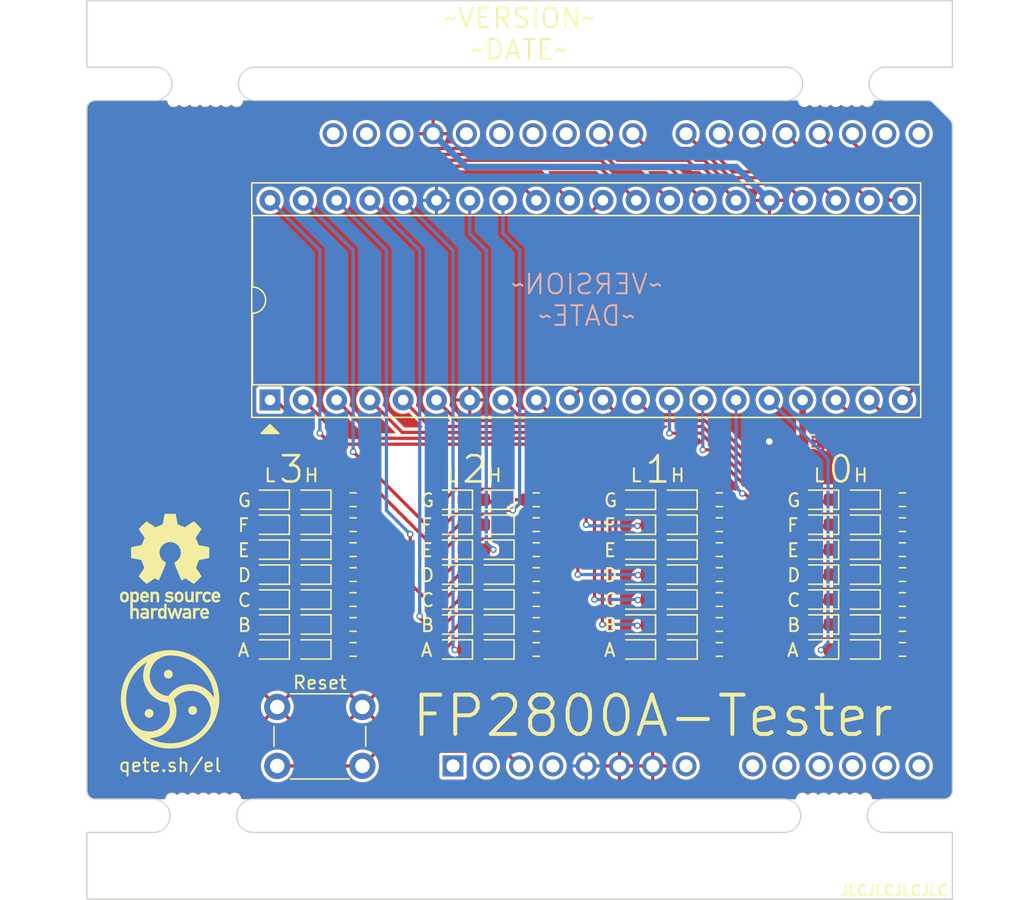
<source format=kicad_pcb>
(kicad_pcb (version 20221018) (generator pcbnew)
  (title_block (title "FP2800A-Tester") (date "${DATE}") (rev "${VERSION}"))
  (layers (0 "F.Cu" signal) (31 "B.Cu" signal) (34 "B.Paste" user) (35 "F.Paste" user) (36 "B.SilkS" user "B.Silkscreen") (37 "F.SilkS" user "F.Silkscreen") (38 "B.Mask" user) (39 "F.Mask" user) (44 "Edge.Cuts" user))
  (property "DATE" "~DATE~")
  (property "VERSION" "~VERSION~")
  (net 0 "")
  (net 4 "+5V")
  (net 5 "GND")
  (net 15 "/A1")
  (net 16 "/A0")
  (net 17 "/A2")
  (net 18 "/B0")
  (net 19 "/B1")
  (net 20 "/DATA")
  (net 21 "/ENABLE")
  (net 22 "/COM")
  (net 30 "Net-(D1-K)")
  (net 31 "Net-(D3-K)")
  (net 32 "Net-(D5-K)")
  (net 33 "Net-(D7-K)")
  (net 34 "Net-(D10-A)")
  (net 35 "Net-(D11-K)")
  (net 36 "Net-(D13-K)")
  (net 37 "Net-(D15-K)")
  (net 38 "Net-(D17-K)")
  (net 39 "Net-(D19-K)")
  (net 40 "Net-(D21-K)")
  (net 41 "Net-(D23-K)")
  (net 42 "Net-(D25-K)")
  (net 43 "Net-(D27-K)")
  (net 44 "Net-(D29-K)")
  (net 45 "Net-(D31-K)")
  (net 46 "Net-(D33-K)")
  (net 47 "Net-(D35-K)")
  (net 48 "Net-(D37-K)")
  (net 49 "Net-(D39-K)")
  (net 50 "Net-(D41-K)")
  (net 51 "Net-(D43-K)")
  (net 52 "Net-(D45-K)")
  (net 53 "Net-(D47-K)")
  (net 54 "Net-(D49-K)")
  (net 55 "Net-(D51-K)")
  (net 56 "Net-(D53-K)")
  (net 57 "Net-(D55-K)")
  (net 58 "/0A")
  (net 59 "/0B")
  (net 60 "/0C")
  (net 61 "/0D")
  (net 62 "/0E")
  (net 63 "/0F")
  (net 64 "/0G")
  (net 65 "/1A")
  (net 66 "/1B")
  (net 67 "/1C")
  (net 68 "/1D")
  (net 69 "/1E")
  (net 70 "/1F")
  (net 71 "/1G")
  (net 72 "/2A")
  (net 73 "/2B")
  (net 74 "/2C")
  (net 75 "/2D")
  (net 76 "/2E")
  (net 77 "/2F")
  (net 78 "/2G")
  (net 79 "/3A")
  (net 80 "/3B")
  (net 81 "/3C")
  (net 82 "/3D")
  (net 83 "/3E")
  (net 84 "/3F")
  (net 85 "/3G")
  (net 86 "/Reset")
  (footprint "LED_SMD:LED_0603_1608Metric" (layer "F.Cu") (at 121.92 78.74 180)
    (fp_text reference "D42" hide)
    (fp_text value "L")
  )
  (footprint "LED_SMD:LED_0603_1608Metric" (layer "F.Cu") (at 125.095 78.74 180)
    (fp_text reference "D41" hide)
    (fp_text value "H")
  )
  (footprint "LED_SMD:LED_0603_1608Metric" (layer "F.Cu") (at 149.86 90.17 180)
    (fp_text reference "D2" hide)
    (fp_text value "L")
  )
  (footprint "Panelization:mouse-bite-2.54mm-onesided" (layer "F.Cu") (at 151.13 48.26 180)
    (fp_text reference "REF**" hide)
    (fp_text value "mouse-bite-2.54mm-onesided")
    (fp_arc (start -3.81 0) (mid -2.54 1.27) (end -3.81 2.54) (stroke (width 0.1)) (layer "Edge.Cuts"))
    (fp_arc (start 3.81 2.54) (mid 2.54 1.27) (end 3.81 0) (stroke (width 0.1)) (layer "Edge.Cuts"))
  )
  (footprint "My_Footprints:CutieMark7.5mmInverted" (layer "F.Cu") (at 100.33 93.98)
    (fp_text reference "G***" hide)
    (fp_text value "LOGO" hide)
  )
  (footprint "LED_SMD:LED_0603_1608Metric" (layer "F.Cu") (at 111.125 80.645 180)
    (fp_text reference "D53" hide)
    (fp_text value "H")
  )
  (footprint "Resistor_SMD:R_0603_1608Metric" (layer "F.Cu") (at 114.3 88.265)
    (fp_text reference "R24" hide)
    (fp_text value "1k5")
  )
  (footprint "LED_SMD:LED_0603_1608Metric" (layer "F.Cu") (at 111.125 90.17 180)
    (fp_text reference "D43" hide)
    (fp_text value "H")
  )
  (footprint "LED_SMD:LED_0603_1608Metric" (layer "F.Cu") (at 135.89 80.645 180)
    (fp_text reference "D26" hide)
    (fp_text value "L")
  )
  (footprint "LED_SMD:LED_0603_1608Metric" (layer "F.Cu") (at 149.86 82.55 180)
    (fp_text reference "D10" hide)
    (fp_text value "L")
  )
  (footprint "LED_SMD:LED_0603_1608Metric" (layer "F.Cu") (at 107.95 88.265001 180)
    (fp_text reference "D46" hide)
    (fp_text value "L")
  )
  (footprint "LED_SMD:LED_0603_1608Metric" (layer "F.Cu") (at 135.89 78.74 180)
    (fp_text reference "D28" hide)
    (fp_text value "L")
  )
  (footprint "Resistor_SMD:R_0603_1608Metric" (layer "F.Cu") (at 128.269999 86.36)
    (fp_text reference "R18" hide)
    (fp_text value "1k5")
  )
  (footprint "LED_SMD:LED_0603_1608Metric" (layer "F.Cu") (at 149.86 78.74 180)
    (fp_text reference "D14" hide)
    (fp_text value "L")
  )
  (footprint "Resistor_SMD:R_0603_1608Metric" (layer "F.Cu") (at 142.24 90.17)
    (fp_text reference "R9" hide)
    (fp_text value "1k5")
  )
  (footprint "LED_SMD:LED_0603_1608Metric" (layer "F.Cu") (at 125.095 88.265 180)
    (fp_text reference "D31" hide)
    (fp_text value "H")
  )
  (footprint "Resistor_SMD:R_0603_1608Metric" (layer "F.Cu") (at 114.299999 78.74)
    (fp_text reference "R29" hide)
    (fp_text value "1k5")
  )
  (footprint "LED_SMD:LED_0603_1608Metric" (layer "F.Cu") (at 107.95 82.55 180)
    (fp_text reference "D52" hide)
    (fp_text value "L")
  )
  (footprint "Resistor_SMD:R_0603_1608Metric" (layer "F.Cu") (at 156.21 82.55)
    (fp_text reference "R6" hide)
    (fp_text value "1k5")
  )
  (footprint "My_Footprints:JLCPCB_Tooling_Hole" (layer "F.Cu") (at 96.52 43.18)
    (fp_text reference "REF**" hide)
    (fp_text value "JLCPCB_Tooling_Hole")
  )
  (footprint "LED_SMD:LED_0603_1608Metric" (layer "F.Cu") (at 107.95 80.645 180)
    (fp_text reference "D54" hide)
    (fp_text value "L")
  )
  (footprint "Capacitor_SMD:C_0603_1608Metric" (layer "F.Cu") (at 149.365 74.295)
    (fp_text reference "C1" hide)
    (fp_text value "100nF")
  )
  (footprint "Resistor_SMD:R_0603_1608Metric" (layer "F.Cu") (at 128.269999 82.55)
    (fp_text reference "R20" hide)
    (fp_text value "1k5")
  )
  (footprint "Resistor_SMD:R_0603_1608Metric" (layer "F.Cu") (at 156.21 86.36)
    (fp_text reference "R4" hide)
    (fp_text value "1k5")
  )
  (footprint "LED_SMD:LED_0603_1608Metric" (layer "F.Cu") (at 135.89 88.265001 180)
    (fp_text reference "D18" hide)
    (fp_text value "L")
  )
  (footprint "LED_SMD:LED_0603_1608Metric" (layer "F.Cu") (at 107.95 86.36 180)
    (fp_text reference "D48" hide)
    (fp_text value "L")
  )
  (footprint "LED_SMD:LED_0603_1608Metric" (layer "F.Cu") (at 107.95 90.17 180)
    (fp_text reference "D44" hide)
    (fp_text value "L")
  )
  (footprint "LED_SMD:LED_0603_1608Metric" (layer "F.Cu") (at 121.92 84.455 180)
    (fp_text reference "D36" hide)
    (fp_text value "L")
  )
  (footprint "LED_SMD:LED_0603_1608Metric" (layer "F.Cu") (at 153.035 78.74 180)
    (fp_text reference "D13" hide)
    (fp_text value "H")
  )
  (footprint "LED_SMD:LED_0603_1608Metric" (layer "F.Cu") (at 139.065 78.74 180)
    (fp_text reference "D27" hide)
    (fp_text value "H")
  )
  (footprint "LED_SMD:LED_0603_1608Metric" (layer "F.Cu") (at 149.86 84.455 180)
    (fp_text reference "D8" hide)
    (fp_text value "L")
  )
  (footprint "Resistor_SMD:R_0603_1608Metric" (layer "F.Cu") (at 142.239999 86.36)
    (fp_text reference "R11" hide)
    (fp_text value "1k5")
  )
  (footprint "Resistor_SMD:R_0603_1608Metric" (layer "F.Cu") (at 128.269999 78.74)
    (fp_text reference "R22" hide)
    (fp_text value "1k5")
  )
  (footprint "Resistor_SMD:R_0603_1608Metric" (layer "F.Cu") (at 156.21 78.74)
    (fp_text reference "R8" hide)
    (fp_text value "1k5")
  )
  (footprint "Resistor_SMD:R_0603_1608Metric" (layer "F.Cu") (at 156.21 88.265)
    (fp_text reference "R3" hide)
    (fp_text value "1k5")
  )
  (footprint "Resistor_SMD:R_0603_1608Metric" (layer "F.Cu") (at 114.299999 86.36)
    (fp_text reference "R25" hide)
    (fp_text value "1k5")
  )
  (footprint "LED_SMD:LED_0603_1608Metric" (layer "F.Cu") (at 111.125 84.455 180)
    (fp_text reference "D49" hide)
    (fp_text value "H")
  )
  (footprint "LED_SMD:LED_0603_1608Metric" (layer "F.Cu") (at 107.95 78.74 180)
    (fp_text reference "D56" hide)
    (fp_text value "L")
  )
  (footprint "LED_SMD:LED_0603_1608Metric" (layer "F.Cu") (at 125.095 82.55 180)
    (fp_text reference "D37" hide)
    (fp_text value "H")
  )
  (footprint "Symbol:OSHW-Logo_7.5x8mm_SilkScreen" (layer "F.Cu") (at 100.33 83.82)
    (fp_text reference "REF**" hide)
    (fp_text value "OSHW-Logo_7.5x8mm_SilkScreen" hide)
  )
  (footprint "LED_SMD:LED_0603_1608Metric" (layer "F.Cu") (at 153.035 90.17 180)
    (fp_text reference "D1" hide)
    (fp_text value "H")
  )
  (footprint "Panelization:mouse-bite-2.54mm-onesided" (layer "F.Cu") (at 103.01 48.26 180)
    (fp_text reference "REF**" hide)
    (fp_text value "mouse-bite-2.54mm-onesided")
    (fp_arc (start -3.81 0) (mid -2.54 1.27) (end -3.81 2.54) (stroke (width 0.1)) (layer "Edge.Cuts"))
    (fp_arc (start 3.81 2.54) (mid 2.54 1.27) (end 3.81 0) (stroke (width 0.1)) (layer "Edge.Cuts"))
  )
  (footprint "LED_SMD:LED_0603_1608Metric" (layer "F.Cu") (at 153.035 86.36 180)
    (fp_text reference "D5" hide)
    (fp_text value "H")
  )
  (footprint "Resistor_SMD:R_0603_1608Metric" (layer "F.Cu") (at 142.24 88.265)
    (fp_text reference "R10" hide)
    (fp_text value "1k5")
  )
  (footprint "Package_DIP:DIP-40_W15.24mm_Socket" (layer "F.Cu") (at 107.955 71.125 90)
    (fp_text reference "U1" hide)
    (fp_text value "FP2800A")
  )
  (footprint "LED_SMD:LED_0603_1608Metric" (layer "F.Cu") (at 135.89 86.36 180)
    (fp_text reference "D20" hide)
    (fp_text value "L")
  )
  (footprint "Resistor_SMD:R_0603_1608Metric" (layer "F.Cu") (at 114.3 90.17)
    (fp_text reference "R23" hide)
    (fp_text value "1k5")
  )
  (footprint "Resistor_SMD:R_0603_1608Metric" (layer "F.Cu") (at 114.299999 82.55)
    (fp_text reference "R27" hide)
    (fp_text value "1k5")
  )
  (footprint "Panelization:mouse-bite-2.54mm-onesided" (layer "F.Cu") (at 150.99 101.6)
    (fp_text reference "REF**" hide)
    (fp_text value "mouse-bite-2.54mm-onesided")
    (fp_arc (start -3.81 0) (mid -2.54 1.27) (end -3.81 2.54) (stroke (width 0.1)) (layer "Edge.Cuts"))
    (fp_arc (start 3.81 2.54) (mid 2.54 1.27) (end 3.81 0) (stroke (width 0.1)) (layer "Edge.Cuts"))
  )
  (footprint "LED_SMD:LED_0603_1608Metric" (layer "F.Cu") (at 121.92 88.265001 180)
    (fp_text reference "D32" hide)
    (fp_text value "L")
  )
  (footprint "LED_SMD:LED_0603_1608Metric" (layer "F.Cu") (at 149.86 80.645 180)
    (fp_text reference "D12" hide)
    (fp_text value "L")
  )
  (footprint "LED_SMD:LED_0603_1608Metric" (layer "F.Cu") (at 111.125 88.265 180)
    (fp_text reference "D45" hide)
    (fp_text value "H")
  )
  (footprint "Resistor_SMD:R_0603_1608Metric" (layer "F.Cu") (at 142.239999 84.455)
    (fp_text reference "R12" hide)
    (fp_text value "1k5")
  )
  (footprint "My_Footprints:JLCPCB_Tooling_Hole" (layer "F.Cu") (at 157.48 106.68)
    (fp_text reference "REF**" hide)
    (fp_text value "JLCPCB_Tooling_Hole")
  )
  (footprint "LED_SMD:LED_0603_1608Metric" (layer "F.Cu") (at 125.095 84.455 180)
    (fp_text reference "D35" hide)
    (fp_text value "H")
  )
  (footprint "Resistor_SMD:R_0603_1608Metric" (layer "F.Cu") (at 142.239999 78.74)
    (fp_text reference "R15" hide)
    (fp_text value "1k5")
  )
  (footprint "LED_SMD:LED_0603_1608Metric" (layer "F.Cu") (at 139.065 90.17 180)
    (fp_text reference "D15" hide)
    (fp_text value "H")
  )
  (footprint "Button_Switch_THT:SW_PUSH_6mm" (layer "F.Cu") (at 108.51 94.56)
    (fp_text reference "SW1" hide)
    (fp_text value "Reset")
  )
  (footprint "LED_SMD:LED_0603_1608Metric" (layer "F.Cu") (at 139.065 86.36 180)
    (fp_text reference "D19" hide)
    (fp_text value "H")
  )
  (footprint "LED_SMD:LED_0603_1608Metric" (layer "F.Cu") (at 135.89 90.17 180)
    (fp_text reference "D16" hide)
    (fp_text value "L")
  )
  (footprint "LED_SMD:LED_0603_1608Metric" (layer "F.Cu") (at 139.065 80.645 180)
    (fp_text reference "D25" hide)
    (fp_text value "H")
  )
  (footprint "Resistor_SMD:R_0603_1608Metric" (layer "F.Cu") (at 128.269999 80.645)
    (fp_text reference "R21" hide)
    (fp_text value "1k5")
  )
  (footprint "LED_SMD:LED_0603_1608Metric" (layer "F.Cu") (at 121.92 90.17 180)
    (fp_text reference "D30" hide)
    (fp_text value "L")
  )
  (footprint "LED_SMD:LED_0603_1608Metric" (layer "F.Cu") (at 121.92 82.55 180)
    (fp_text reference "D38" hide)
    (fp_text value "L")
  )
  (footprint "LED_SMD:LED_0603_1608Metric" (layer "F.Cu") (at 149.86 86.36 180)
    (fp_text reference "D6" hide)
    (fp_text value "L")
  )
  (footprint "LED_SMD:LED_0603_1608Metric" (layer "F.Cu") (at 135.89 82.55 180)
    (fp_text reference "D24" hide)
    (fp_text value "L")
  )
  (footprint "LED_SMD:LED_0603_1608Metric" (layer "F.Cu") (at 139.065 82.55 180)
    (fp_text reference "D23" hide)
    (fp_text value "H")
  )
  (footprint "Resistor_SMD:R_0603_1608Metric" (layer "F.Cu") (at 114.299999 84.455)
    (fp_text reference "R26" hide)
    (fp_text value "1k5")
  )
  (footprint "LED_SMD:LED_0603_1608Metric" (layer "F.Cu") (at 135.89 84.455 180)
    (fp_text reference "D22" hide)
    (fp_text value "L")
  )
  (footprint "Resistor_SMD:R_0603_1608Metric" (layer "F.Cu") (at 128.27 88.265)
    (fp_text reference "R17" hide)
    (fp_text value "1k5")
  )
  (footprint "LED_SMD:LED_0603_1608Metric" (layer "F.Cu") (at 121.92 86.36 180)
    (fp_text reference "D34" hide)
    (fp_text value "L")
  )
  (footprint "LED_SMD:LED_0603_1608Metric" (layer "F.Cu") (at 153.035 88.265 180)
    (fp_text reference "D3" hide)
    (fp_text value "H")
  )
  (footprint "LED_SMD:LED_0603_1608Metric" (layer "F.Cu") (at 153.035 82.55 180)
    (fp_text reference "D9" hide)
    (fp_text value "H")
  )
  (footprint "Resistor_SMD:R_0603_1608Metric" (layer "F.Cu") (at 128.269999 84.455)
    (fp_text reference "R19" hide)
    (fp_text value "1k5")
  )
  (footprint "LED_SMD:LED_0603_1608Metric" (layer "F.Cu") (at 111.125 86.36 180)
    (fp_text reference "D47" hide)
    (fp_text value "H")
  )
  (footprint "Resistor_SMD:R_0603_1608Metric" (layer "F.Cu") (at 142.239999 80.645)
    (fp_text reference "R14" hide)
    (fp_text value "1k5")
  )
  (footprint "LED_SMD:LED_0603_1608Metric" (layer "F.Cu") (at 107.95 84.455 180)
    (fp_text reference "D50" hide)
    (fp_text value "L")
  )
  (footprint "Resistor_SMD:R_0603_1608Metric" (layer "F.Cu") (at 156.21 90.17)
    (fp_text reference "R2" hide)
    (fp_text value "1k5")
  )
  (footprint "LED_SMD:LED_0603_1608Metric" (layer "F.Cu") (at 121.92 80.645 180)
    (fp_text reference "D40" hide)
    (fp_text value "L")
  )
  (footprint "LED_SMD:LED_0603_1608Metric" (layer "F.Cu") (at 125.095 90.17 180)
    (fp_text reference "D29" hide)
    (fp_text value "H")
  )
  (footprint "LED_SMD:LED_0603_1608Metric" (layer "F.Cu") (at 153.035 80.645 180)
    (fp_text reference "D11" hide)
    (fp_text value "H")
  )
  (footprint "My_Footprints:JLCPCB_Tooling_Hole" (layer "F.Cu") (at 96.52 106.68)
    (fp_text reference "REF**" hide)
    (fp_text value "JLCPCB_Tooling_Hole")
  )
  (footprint "LED_SMD:LED_0603_1608Metric" (layer "F.Cu") (at 125.095 80.645 180)
    (fp_text reference "D39" hide)
    (fp_text value "H")
  )
  (footprint "My_Footprints:JLCPCB_Tooling_Hole" (layer "F.Cu") (at 157.48 43.18)
    (fp_text reference "REF**" hide)
    (fp_text value "JLCPCB_Tooling_Hole")
  )
  (footprint "LED_SMD:LED_0603_1608Metric" (layer "F.Cu") (at 111.125 82.55 180)
    (fp_text reference "D51" hide)
    (fp_text value "H")
  )
  (footprint "Panelization:mouse-bite-2.54mm-onesided" (layer "F.Cu") (at 102.87 101.6)
    (fp_text reference "REF**" hide)
    (fp_text value "mouse-bite-2.54mm-onesided")
    (fp_arc (start -3.81 0) (mid -2.54 1.27) (end -3.81 2.54) (stroke (width 0.1)) (layer "Edge.Cuts"))
    (fp_arc (start 3.81 2.54) (mid 2.54 1.27) (end 3.81 0) (stroke (width 0.1)) (layer "Edge.Cuts"))
  )
  (footprint "Resistor_SMD:R_0603_1608Metric" (layer "F.Cu") (at 156.21 84.455)
    (fp_text reference "R5" hide)
    (fp_text value "1k5")
  )
  (footprint "LED_SMD:LED_0603_1608Metric" (layer "F.Cu") (at 125.095 86.36 180)
    (fp_text reference "D33" hide)
    (fp_text value "H")
  )
  (footprint "LED_SMD:LED_0603_1608Metric" (layer "F.Cu") (at 149.86 88.265 180)
    (fp_text reference "D4" hide)
    (fp_text value "L")
  )
  (footprint "LED_SMD:LED_0603_1608Metric" (layer "F.Cu") (at 153.035 84.455 180)
    (fp_text reference "D7" hide)
    (fp_text value "H")
  )
  (footprint "LED_SMD:LED_0603_1608Metric" (layer "F.Cu") (at 111.125 78.74 180)
    (fp_text reference "D55" hide)
    (fp_text value "H")
  )
  (footprint "LED_SMD:LED_0603_1608Metric" (layer "F.Cu") (at 139.065 84.455 180)
    (fp_text reference "D21" hide)
    (fp_text value "H")
  )
  (footprint "Resistor_SMD:R_0603_1608Metric" (layer "F.Cu") (at 156.21 80.645)
    (fp_text reference "R7" hide)
    (fp_text value "1k5")
  )
  (footprint "Resistor_SMD:R_0603_1608Metric" (layer "F.Cu") (at 142.239999 82.55)
    (fp_text reference "R13" hide)
    (fp_text value "1k5")
  )
  (footprint "LED_SMD:LED_0603_1608Metric" (layer "F.Cu") (at 139.065 88.265 180)
    (fp_text reference "D17" hide)
    (fp_text value "H")
  )
  (footprint "Resistor_SMD:R_0603_1608Metric" (layer "F.Cu") (at 128.27 90.17)
    (fp_text reference "R16" hide)
    (fp_text value "1k5")
  )
  (footprint "Resistor_SMD:R_0603_1608Metric" (layer "F.Cu") (at 114.299999 80.645)
    (fp_text reference "R28" hide)
    (fp_text value "1k5")
  )
  (footprint "Module:Arduino_UNO_R3" (layer "B.Cu") (at 121.92 99.06)
    (fp_text reference "A1" hide)
    (fp_text value "Arduino_UNO_R3")
  )
  (gr_poly (pts (xy 107.95 73.025) (xy 107.315 73.66) (xy 108.585 73.66)) (stroke (width 0.15)) (fill solid) (layer "F.SilkS"))
  (gr_arc (start 158.115 48.26) (mid 158.358004 48.308336) (end 158.564013 48.445987) (stroke (width 0.1)) (layer "Edge.Cuts"))
  (gr_line (start 160.02 45.72) (end 160.02 40.64) (stroke (width 0.1)) (layer "Edge.Cuts"))
  (gr_line (start 159.834013 49.715987) (end 158.564013 48.445987) (stroke (width 0.1)) (layer "Edge.Cuts"))
  (gr_line (start 147.32 48.26) (end 106.82 48.26) (stroke (width 0.1)) (layer "Edge.Cuts"))
  (gr_line (start 93.98 104.14) (end 93.98 109.22) (stroke (width 0.1)) (layer "Edge.Cuts"))
  (gr_line (start 93.98 48.895) (end 93.98 100.965) (stroke (width 0.1)) (layer "Edge.Cuts"))
  (gr_line (start 99.2 48.26) (end 94.615 48.26) (stroke (width 0.1)) (layer "Edge.Cuts"))
  (gr_line (start 160.02 40.64) (end 93.98 40.64) (stroke (width 0.1)) (layer "Edge.Cuts"))
  (gr_arc (start 94.615 101.6) (mid 94.165987 101.414013) (end 93.98 100.965) (stroke (width 0.1)) (layer "Edge.Cuts"))
  (gr_line (start 93.98 109.22) (end 160.02 109.22) (stroke (width 0.1)) (layer "Edge.Cuts"))
  (gr_line (start 160.02 109.22) (end 160.02 104.14) (stroke (width 0.1)) (layer "Edge.Cuts"))
  (gr_line (start 93.98 40.64) (end 93.98 45.72) (stroke (width 0.1)) (layer "Edge.Cuts"))
  (gr_line (start 93.98 45.72) (end 99.2 45.72) (stroke (width 0.1)) (layer "Edge.Cuts"))
  (gr_line (start 106.82 45.72) (end 147.32 45.72) (stroke (width 0.1)) (layer "Edge.Cuts"))
  (gr_arc (start 159.834013 49.715987) (mid 159.971664 49.921996) (end 160.02 50.165) (stroke (width 0.1)) (layer "Edge.Cuts"))
  (gr_line (start 154.94 48.26) (end 158.115 48.26) (stroke (width 0.1)) (layer "Edge.Cuts"))
  (gr_line (start 106.68 101.6) (end 147.18 101.6) (stroke (width 0.1)) (layer "Edge.Cuts"))
  (gr_arc (start 160.02 100.965) (mid 159.834013 101.414013) (end 159.385 101.6) (stroke (width 0.1)) (layer "Edge.Cuts"))
  (gr_line (start 160.02 100.965) (end 160.02 50.165) (stroke (width 0.1)) (layer "Edge.Cuts"))
  (gr_line (start 160.02 104.14) (end 154.8 104.14) (stroke (width 0.1)) (layer "Edge.Cuts"))
  (gr_line (start 154.8 101.6) (end 159.385 101.6) (stroke (width 0.1)) (layer "Edge.Cuts"))
  (gr_line (start 154.94 45.72) (end 160.02 45.72) (stroke (width 0.1)) (layer "Edge.Cuts"))
  (gr_line (start 99.06 104.14) (end 93.98 104.14) (stroke (width 0.1)) (layer "Edge.Cuts"))
  (gr_arc (start 93.98 48.895) (mid 94.165987 48.445987) (end 94.615 48.26) (stroke (width 0.1)) (layer "Edge.Cuts"))
  (gr_line (start 147.18 104.14) (end 106.68 104.14) (stroke (width 0.1)) (layer "Edge.Cuts"))
  (gr_line (start 99.06 101.6) (end 94.615 101.6) (stroke (width 0.1)) (layer "Edge.Cuts"))
  (gr_text "${VERSION}\n${DATE}" (at 132.08 63.5) (layer "B.SilkS") (effects (font (size 1.5 1.5)) (justify mirror)))
  (gr_text "E" (at 105.41 83.185) (layer "F.SilkS") (effects (font (size 1 1)) (justify left bottom)))
  (gr_text "D" (at 133.35 85.09) (layer "F.SilkS") (effects (font (size 1 1)) (justify left bottom)))
  (gr_text "E" (at 119.38 83.185) (layer "F.SilkS") (effects (font (size 1 1)) (justify left bottom)))
  (gr_text "C" (at 147.32 86.995) (layer "F.SilkS") (effects (font (size 1 1)) (justify left bottom)))
  (gr_text "2" (at 123.571 77.597) (layer "F.SilkS") (effects (font (size 2 2) (thickness 0.2)) (justify bottom)))
  (gr_text "B" (at 105.41 88.9) (layer "F.SilkS") (effects (font (size 1 1)) (justify left bottom)))
  (gr_text "3" (at 109.601 77.597) (layer "F.SilkS") (effects (font (size 2 2) (thickness 0.2)) (justify bottom)))
  (gr_text "E" (at 133.35 83.185) (layer "F.SilkS") (effects (font (size 1 1)) (justify left bottom)))
  (gr_text "L" (at 135.89 77.47) (layer "F.SilkS") (effects (font (size 1 1)) (justify bottom)))
  (gr_text "E" (at 147.32 83.185) (layer "F.SilkS") (effects (font (size 1 1)) (justify left bottom)))
  (gr_text "${VERSION}\n${DATE}" (at 127 43.18) (layer "F.SilkS") (effects (font (size 1.5 1.5))))
  (gr_text "D" (at 105.41 85.09) (layer "F.SilkS") (effects (font (size 1 1)) (justify left bottom)))
  (gr_text "A" (at 119.38 90.805) (layer "F.SilkS") (effects (font (size 1 1)) (justify left bottom)))
  (gr_text "H" (at 153.035 77.47) (layer "F.SilkS") (effects (font (size 1 1)) (justify bottom)))
  (gr_text "B" (at 133.35 88.9) (layer "F.SilkS") (effects (font (size 1 1)) (justify left bottom)))
  (gr_text "qete.sh/el" (at 100.33 98.425) (layer "F.SilkS") (effects (font (size 1 1)) (justify top)))
  (gr_text "C" (at 119.38 86.995) (layer "F.SilkS") (effects (font (size 1 1)) (justify left bottom)))
  (gr_text "A" (at 105.41 90.805) (layer "F.SilkS") (effects (font (size 1 1)) (justify left bottom)))
  (gr_text "L" (at 149.86 77.47) (layer "F.SilkS") (effects (font (size 1 1)) (justify bottom)))
  (gr_text "G" (at 133.35 79.375) (layer "F.SilkS") (effects (font (size 1 1)) (justify left bottom)))
  (gr_text "F" (at 119.38 81.28) (layer "F.SilkS") (effects (font (size 1 1)) (justify left bottom)))
  (gr_text "1" (at 137.541 77.597) (layer "F.SilkS") (effects (font (size 2 2) (thickness 0.2)) (justify bottom)))
  (gr_text "D" (at 119.38 85.09) (layer "F.SilkS") (effects (font (size 1 1)) (justify left bottom)))
  (gr_text "A" (at 147.32 90.805) (layer "F.SilkS") (effects (font (size 1 1)) (justify left bottom)))
  (gr_text "FP2800A-Tester" (at 137.16 95.25) (layer "F.SilkS") (effects (font (size 3 3) (thickness 0.3))))
  (gr_text "L" (at 121.92 77.47) (layer "F.SilkS") (effects (font (size 1 1)) (justify bottom)))
  (gr_text "F" (at 105.41 81.28) (layer "F.SilkS") (effects (font (size 1 1)) (justify left bottom)))
  (gr_text "H" (at 111.125 77.47) (layer "F.SilkS") (effects (font (size 1 1)) (justify bottom)))
  (gr_text "F" (at 133.35 81.28) (layer "F.SilkS") (effects (font (size 1 1)) (justify left bottom)))
  (gr_text "C" (at 133.35 86.995) (layer "F.SilkS") (effects (font (size 1 1)) (justify left bottom)))
  (gr_text "G" (at 105.41 79.375) (layer "F.SilkS") (effects (font (size 1 1)) (justify left bottom)))
  (gr_text "H" (at 125.095 77.47) (layer "F.SilkS") (effects (font (size 1 1)) (justify bottom)))
  (gr_text "B" (at 147.32 88.9) (layer "F.SilkS") (effects (font (size 1 1)) (justify left bottom)))
  (gr_text "B" (at 119.38 88.9) (layer "F.SilkS") (effects (font (size 1 1)) (justify left bottom)))
  (gr_text "0" (at 151.511 77.597) (layer "F.SilkS") (effects (font (size 2 2) (thickness 0.2)) (justify bottom)))
  (gr_text "C" (at 105.41 86.995) (layer "F.SilkS") (effects (font (size 1 1)) (justify left bottom)))
  (gr_text "Reset" (at 111.76 92.71) (layer "F.SilkS") (effects (font (size 1 1))))
  (gr_text "JLCJLCJLCJLC" (at 155.575 108.585) (layer "F.SilkS") (effects (font (size 0.8 0.8))))
  (gr_text "H" (at 139.065 77.47) (layer "F.SilkS") (effects (font (size 1 1)) (justify bottom)))
  (gr_text "G" (at 119.38 79.375) (layer "F.SilkS") (effects (font (size 1 1)) (justify left bottom)))
  (gr_text "F" (at 147.32 81.28) (layer "F.SilkS") (effects (font (size 1 1)) (justify left bottom)))
  (gr_text "A" (at 133.35 90.805) (layer "F.SilkS") (effects (font (size 1 1)) (justify left bottom)))
  (gr_text "D" (at 147.32 85.09) (layer "F.SilkS") (effects (font (size 1 1)) (justify left bottom)))
  (gr_text "G" (at 147.32 79.375) (layer "F.SilkS") (effects (font (size 1 1)) (justify left bottom)))
  (gr_text "L" (at 107.95 77.47) (layer "F.SilkS") (effects (font (size 1 1)) (justify bottom)))
  (segment (start 148.595 71.125) (end 148.595 74.29) (width 0.5) (layer "F.Cu") (net 4))
  (segment (start 148.595 74.29) (end 148.59 74.295) (width 0.25) (layer "F.Cu") (net 4))
  (segment (start 148.59 74.295) (end 146.05 74.295) (width 0.5) (layer "F.Cu") (net 4))
  (via (at 146.05 74.295) (size 1) (drill 0.5) (layers "F.Cu" "B.Cu") (net 4))
  (segment (start 120.4 50.8) (end 122.94 53.34) (width 0.5) (layer "B.Cu") (net 5))
  (segment (start 122.94 53.34) (end 143.51 53.34) (width 0.5) (layer "B.Cu") (net 5))
  (segment (start 143.51 53.34) (end 146.055 55.885) (width 0.5) (layer "B.Cu") (net 5))
  (segment (start 158.605 70.962387) (end 158.605 55.411217) (width 0.25) (layer "F.Cu") (net 15))
  (segment (start 152.395584 52.06) (end 151.12 52.06) (width 0.25) (layer "F.Cu") (net 15))
  (segment (start 151.12 52.06) (end 149.86 50.8) (width 0.25) (layer "F.Cu") (net 15))
  (segment (start 153.745584 53.41) (end 152.395584 52.06) (width 0.25) (layer "F.Cu") (net 15))
  (segment (start 156.867387 72.7) (end 158.605 70.962387) (width 0.25) (layer "F.Cu") (net 15))
  (segment (start 158.605 55.411217) (end 157.053783 53.86) (width 0.25) (layer "F.Cu") (net 15))
  (segment (start 154.700179 53.41) (end 153.745584 53.41) (width 0.25) (layer "F.Cu") (net 15))
  (segment (start 151.135 71.125) (end 152.71 72.7) (width 0.25) (layer "F.Cu") (net 15))
  (segment (start 155.150179 53.86) (end 154.700179 53.41) (width 0.25) (layer "F.Cu") (net 15))
  (segment (start 157.053783 53.86) (end 155.150179 53.86) (width 0.25) (layer "F.Cu") (net 15))
  (segment (start 152.71 72.7) (end 156.867387 72.7) (width 0.25) (layer "F.Cu") (net 15))
  (segment (start 158.155 70.775991) (end 158.155 55.597613) (width 0.25) (layer "F.Cu") (net 16))
  (segment (start 154.8 72.25) (end 156.680991 72.25) (width 0.25) (layer "F.Cu") (net 16))
  (segment (start 156.680991 72.25) (end 158.155 70.775991) (width 0.25) (layer "F.Cu") (net 16))
  (segment (start 150.783604 52.36) (end 148.88 52.36) (width 0.25) (layer "F.Cu") (net 16))
  (segment (start 158.155 55.597613) (end 156.867387 54.31) (width 0.25) (layer "F.Cu") (net 16))
  (segment (start 152.209188 52.51) (end 150.933604 52.51) (width 0.25) (layer "F.Cu") (net 16))
  (segment (start 153.559188 53.86) (end 152.209188 52.51) (width 0.25) (layer "F.Cu") (net 16))
  (segment (start 150.933604 52.51) (end 150.783604 52.36) (width 0.25) (layer "F.Cu") (net 16))
  (segment (start 156.867387 54.31) (end 154.963783 54.31) (width 0.25) (layer "F.Cu") (net 16))
  (segment (start 148.88 52.36) (end 147.32 50.8) (width 0.25) (layer "F.Cu") (net 16))
  (segment (start 153.675 71.125) (end 154.8 72.25) (width 0.25) (layer "F.Cu") (net 16))
  (segment (start 154.513783 53.86) (end 153.559188 53.86) (width 0.25) (layer "F.Cu") (net 16))
  (segment (start 154.963783 54.31) (end 154.513783 53.86) (width 0.25) (layer "F.Cu") (net 16))
  (segment (start 157.705 69.635) (end 157.705 55.784009) (width 0.25) (layer "F.Cu") (net 17))
  (segment (start 154.777387 54.76) (end 154.327387 54.31) (width 0.25) (layer "F.Cu") (net 17))
  (segment (start 146.79 52.81) (end 144.78 50.8) (width 0.25) (layer "F.Cu") (net 17))
  (segment (start 150.747208 52.96) (end 150.597208 52.81) (width 0.25) (layer "F.Cu") (net 17))
  (segment (start 153.372792 54.31) (end 152.022792 52.96) (width 0.25) (layer "F.Cu") (net 17))
  (segment (start 156.680991 54.76) (end 154.777387 54.76) (width 0.25) (layer "F.Cu") (net 17))
  (segment (start 154.327387 54.31) (end 153.372792 54.31) (width 0.25) (layer "F.Cu") (net 17))
  (segment (start 150.597208 52.81) (end 146.79 52.81) (width 0.25) (layer "F.Cu") (net 17))
  (segment (start 152.022792 52.96) (end 150.747208 52.96) (width 0.25) (layer "F.Cu") (net 17))
  (segment (start 156.215 71.125) (end 157.705 69.635) (width 0.25) (layer "F.Cu") (net 17))
  (segment (start 157.705 55.784009) (end 156.680991 54.76) (width 0.25) (layer "F.Cu") (net 17))
  (segment (start 151.836396 53.41) (end 150.560812 53.41) (width 0.25) (layer "F.Cu") (net 18))
  (segment (start 150.560812 53.41) (end 150.410812 53.26) (width 0.25) (layer "F.Cu") (net 18))
  (segment (start 156.215 55.885) (end 155.265991 55.885) (width 0.25) (layer "F.Cu") (net 18))
  (segment (start 153.186396 54.76) (end 151.836396 53.41) (width 0.25) (layer "F.Cu") (net 18))
  (segment (start 154.140991 54.76) (end 153.186396 54.76) (width 0.25) (layer "F.Cu") (net 18))
  (segment (start 150.410812 53.26) (end 144.7 53.26) (width 0.25) (layer "F.Cu") (net 18))
  (segment (start 155.265991 55.885) (end 154.140991 54.76) (width 0.25) (layer "F.Cu") (net 18))
  (segment (start 144.7 53.26) (end 142.24 50.8) (width 0.25) (layer "F.Cu") (net 18))
  (segment (start 141.464188 51.925) (end 140.825 51.925) (width 0.25) (layer "F.Cu") (net 19))
  (segment (start 153.675 55.885) (end 151.65 53.86) (width 0.25) (layer "F.Cu") (net 19))
  (segment (start 150.374416 53.86) (end 150.224416 53.71) (width 0.25) (layer "F.Cu") (net 19))
  (segment (start 140.825 51.925) (end 139.7 50.8) (width 0.25) (layer "F.Cu") (net 19))
  (segment (start 143.249188 53.71) (end 141.464188 51.925) (width 0.25) (layer "F.Cu") (net 19))
  (segment (start 151.65 53.86) (end 150.374416 53.86) (width 0.25) (layer "F.Cu") (net 19))
  (segment (start 150.224416 53.71) (end 143.249188 53.71) (width 0.25) (layer "F.Cu") (net 19))
  (segment (start 141.277792 52.375) (end 140.638604 52.375) (width 0.25) (layer "F.Cu") (net 20))
  (segment (start 143.062792 54.16) (end 141.277792 52.375) (width 0.25) (layer "F.Cu") (net 20))
  (segment (start 136.765 51.925) (end 135.64 50.8) (width 0.25) (layer "F.Cu") (net 20))
  (segment (start 140.188604 51.925) (end 136.765 51.925) (width 0.25) (layer "F.Cu") (net 20))
  (segment (start 140.638604 52.375) (end 140.188604 51.925) (width 0.25) (layer "F.Cu") (net 20))
  (segment (start 149.41 54.16) (end 143.062792 54.16) (width 0.25) (layer "F.Cu") (net 20))
  (segment (start 151.135 55.885) (end 149.41 54.16) (width 0.25) (layer "F.Cu") (net 20))
  (segment (start 147.32 54.61) (end 142.876396 54.61) (width 0.25) (layer "F.Cu") (net 21))
  (segment (start 141.091396 52.825) (end 140.452208 52.825) (width 0.25) (layer "F.Cu") (net 21))
  (segment (start 140.002208 52.375) (end 134.675 52.375) (width 0.25) (layer "F.Cu") (net 21))
  (segment (start 140.452208 52.825) (end 140.002208 52.375) (width 0.25) (layer "F.Cu") (net 21))
  (segment (start 134.675 52.375) (end 133.1 50.8) (width 0.25) (layer "F.Cu") (net 21))
  (segment (start 142.876396 54.61) (end 141.091396 52.825) (width 0.25) (layer "F.Cu") (net 21))
  (segment (start 148.595 55.885) (end 147.32 54.61) (width 0.25) (layer "F.Cu") (net 21))
  (segment (start 129.094999 78.74) (end 129.094999 90.169999) (width 0.25) (layer "F.Cu") (net 22))
  (segment (start 157.035 78.74) (end 157.035 90.17) (width 0.25) (layer "F.Cu") (net 22))
  (segment (start 108.367499 71.125) (end 107.955 71.125) (width 0.25) (layer "F.Cu") (net 22))
  (segment (start 159.055 76.719999) (end 159.055 55.224821) (width 0.25) (layer "F.Cu") (net 22))
  (segment (start 129.095 90.17) (end 130.365 91.44) (width 0.25) (layer "F.Cu") (net 22))
  (segment (start 115.124999 77.8825) (end 108.367499 71.125) (width 0.25) (layer "F.Cu") (net 22))
  (segment (start 115.124999 78.74) (end 115.124999 90.169999) (width 0.25) (layer "F.Cu") (net 22))
  (segment (start 141.795 91.44) (end 143.065 90.17) (width 0.25) (layer "F.Cu") (net 22))
  (segment (start 130.365 91.44) (end 141.795 91.44) (width 0.25) (layer "F.Cu") (net 22))
  (segment (start 129.095 90.17) (end 127.825 91.44) (width 0.25) (layer "F.Cu") (net 22))
  (segment (start 115.124999 78.74) (end 115.124999 77.8825) (width 0.25) (layer "F.Cu") (net 22))
  (segment (start 144.335 91.44) (end 155.765 91.44) (width 0.25) (layer "F.Cu") (net 22))
  (segment (start 152.4 51.42802) (end 152.4 50.8) (width 0.25) (layer "F.Cu") (net 22))
  (segment (start 129.094999 90.169999) (end 129.095 90.17) (width 0.25) (layer "F.Cu") (net 22))
  (segment (start 143.065 90.17) (end 144.335 91.44) (width 0.25) (layer "F.Cu") (net 22))
  (segment (start 127.825 91.44) (end 116.395 91.44) (width 0.25) (layer "F.Cu") (net 22))
  (segment (start 143.065 78.740001) (end 143.064999 78.74) (width 0.25) (layer "F.Cu") (net 22))
  (segment (start 159.055 55.224821) (end 157.240179 53.41) (width 0.25) (layer "F.Cu") (net 22))
  (segment (start 157.034999 78.74) (end 159.055 76.719999) (width 0.25) (layer "F.Cu") (net 22))
  (segment (start 155.336575 53.41) (end 154.886575 52.96) (width 0.25) (layer "F.Cu") (net 22))
  (segment (start 143.065 90.17) (end 143.065 78.740001) (width 0.25) (layer "F.Cu") (net 22))
  (segment (start 155.765 91.44) (end 157.035 90.17) (width 0.25) (layer "F.Cu") (net 22))
  (segment (start 154.886575 52.96) (end 153.93198 52.96) (width 0.25) (layer "F.Cu") (net 22))
  (segment (start 116.395 91.44) (end 115.125 90.17) (width 0.25) (layer "F.Cu") (net 22))
  (segment (start 157.240179 53.41) (end 155.336575 53.41) (width 0.25) (layer "F.Cu") (net 22))
  (segment (start 115.124999 90.169999) (end 115.125 90.17) (width 0.25) (layer "F.Cu") (net 22))
  (segment (start 153.93198 52.96) (end 152.4 51.42802) (width 0.25) (layer "F.Cu") (net 22))
  (segment (start 153.8225 90.17) (end 153.0225 89.37) (width 0.25) (layer "F.Cu") (net 30))
  (segment (start 153.8225 90.17) (end 155.385 90.17) (width 0.25) (layer "F.Cu") (net 30))
  (segment (start 153.0225 89.37) (end 150.025 89.37) (width 0.25) (layer "F.Cu") (net 30))
  (segment (start 149.225 90.17) (end 149.0725 90.17) (width 0.25) (layer "F.Cu") (net 30))
  (segment (start 150.025 89.37) (end 149.225 90.17) (width 0.25) (layer "F.Cu") (net 30))
  (segment (start 153.8225 88.265) (end 155.385 88.265) (width 0.25) (layer "F.Cu") (net 31))
  (segment (start 153.0225 87.465) (end 153.8225 88.265) (width 0.25) (layer "F.Cu") (net 31))
  (segment (start 149.225 88.265) (end 150.025 87.465) (width 0.25) (layer "F.Cu") (net 31))
  (segment (start 149.0725 88.265) (end 149.225 88.265) (width 0.25) (layer "F.Cu") (net 31))
  (segment (start 150.025 87.465) (end 153.0225 87.465) (width 0.25) (layer "F.Cu") (net 31))
  (segment (start 153.8225 86.36) (end 155.385 86.36) (width 0.25) (layer "F.Cu") (net 32))
  (segment (start 149.225 86.36) (end 150.025 85.56) (width 0.25) (layer "F.Cu") (net 32))
  (segment (start 153.0225 85.56) (end 153.8225 86.36) (width 0.25) (layer "F.Cu") (net 32))
  (segment (start 149.0725 86.36) (end 149.225 86.36) (width 0.25) (layer "F.Cu") (net 32))
  (segment (start 150.025 85.56) (end 153.0225 85.56) (width 0.25) (layer "F.Cu") (net 32))
  (segment (start 153.0225 83.655) (end 153.8225 84.455) (width 0.25) (layer "F.Cu") (net 33))
  (segment (start 153.8225 84.455) (end 155.385 84.455) (width 0.25) (layer "F.Cu") (net 33))
  (segment (start 149.225 84.455) (end 150.025 83.655) (width 0.25) (layer "F.Cu") (net 33))
  (segment (start 149.0725 84.455) (end 149.225 84.455) (width 0.25) (layer "F.Cu") (net 33))
  (segment (start 150.025 83.655) (end 153.0225 83.655) (width 0.25) (layer "F.Cu") (net 33))
  (segment (start 153.8225 82.55) (end 155.385 82.55) (width 0.25) (layer "F.Cu") (net 34))
  (segment (start 150.025 81.75) (end 153.0225 81.75) (width 0.25) (layer "F.Cu") (net 34))
  (segment (start 153.0225 81.75) (end 153.8225 82.55) (width 0.25) (layer "F.Cu") (net 34))
  (segment (start 149.0725 82.55) (end 149.225 82.55) (width 0.25) (layer "F.Cu") (net 34))
  (segment (start 149.225 82.55) (end 150.025 81.75) (width 0.25) (layer "F.Cu") (net 34))
  (segment (start 150.025 79.845) (end 153.0225 79.845) (width 0.25) (layer "F.Cu") (net 35))
  (segment (start 153.0225 79.845) (end 153.8225 80.645) (width 0.25) (layer "F.Cu") (net 35))
  (segment (start 149.0725 80.645) (end 149.225 80.645) (width 0.25) (layer "F.Cu") (net 35))
  (segment (start 149.225 80.645) (end 150.025 79.845) (width 0.25) (layer "F.Cu") (net 35))
  (segment (start 153.8225 80.645) (end 155.385 80.645) (width 0.25) (layer "F.Cu") (net 35))
  (segment (start 153.0225 77.94) (end 153.8225 78.74) (width 0.25) (layer "F.Cu") (net 36))
  (segment (start 149.8725 77.94) (end 153.0225 77.94) (width 0.25) (layer "F.Cu") (net 36))
  (segment (start 153.8225 78.74) (end 155.385 78.74) (width 0.25) (layer "F.Cu") (net 36))
  (segment (start 149.0725 78.74) (end 149.8725 77.94) (width 0.25) (layer "F.Cu") (net 36))
  (segment (start 139.8525 90.17) (end 139.0525 89.37) (width 0.25) (layer "F.Cu") (net 37))
  (segment (start 139.8525 90.17) (end 141.415 90.17) (width 0.25) (layer "F.Cu") (net 37))
  (segment (start 135.255 90.17) (end 135.1025 90.17) (width 0.25) (layer "F.Cu") (net 37))
  (segment (start 139.0525 89.37) (end 136.055 89.37) (width 0.25) (layer "F.Cu") (net 37))
  (segment (start 136.055 89.37) (end 135.255 90.17) (width 0.25) (layer "F.Cu") (net 37))
  (segment (start 135.1025 88.265) (end 135.255 88.265) (width 0.25) (layer "F.Cu") (net 38))
  (segment (start 139.8525 88.265) (end 141.415 88.265) (width 0.25) (layer "F.Cu") (net 38))
  (segment (start 136.055 87.465) (end 139.0525 87.465) (width 0.25) (layer "F.Cu") (net 38))
  (segment (start 135.255 88.265) (end 136.055 87.465) (width 0.25) (layer "F.Cu") (net 38))
  (segment (start 139.0525 87.465) (end 139.8525 88.265) (width 0.25) (layer "F.Cu") (net 38))
  (segment (start 139.8525 86.36) (end 141.415 86.36) (width 0.25) (layer "F.Cu") (net 39))
  (segment (start 135.1025 86.36) (end 135.255 86.36) (width 0.25) (layer "F.Cu") (net 39))
  (segment (start 139.0525 85.56) (end 139.8525 86.36) (width 0.25) (layer "F.Cu") (net 39))
  (segment (start 135.255 86.36) (end 136.055 85.56) (width 0.25) (layer "F.Cu") (net 39))
  (segment (start 136.055 85.56) (end 139.0525 85.56) (width 0.25) (layer "F.Cu") (net 39))
  (segment (start 135.1025 84.455) (end 135.255 84.455) (width 0.25) (layer "F.Cu") (net 40))
  (segment (start 139.8525 84.455) (end 141.415 84.455) (width 0.25) (layer "F.Cu") (net 40))
  (segment (start 135.255 84.455) (end 136.055 83.655) (width 0.25) (layer "F.Cu") (net 40))
  (segment (start 136.055 83.655) (end 139.0525 83.655) (width 0.25) (layer "F.Cu") (net 40))
  (segment (start 139.0525 83.655) (end 139.8525 84.455) (width 0.25) (layer "F.Cu") (net 40))
  (segment (start 135.255 82.55) (end 136.055 81.75) (width 0.25) (layer "F.Cu") (net 41))
  (segment (start 139.8525 82.55) (end 141.415 82.55) (width 0.25) (layer "F.Cu") (net 41))
  (segment (start 135.1025 82.55) (end 135.255 82.55) (width 0.25) (layer "F.Cu") (net 41))
  (segment (start 139.0525 81.75) (end 139.8525 82.55) (width 0.25) (layer "F.Cu") (net 41))
  (segment (start 136.055 81.75) (end 139.0525 81.75) (width 0.25) (layer "F.Cu") (net 41))
  (segment (start 135.255 80.645) (end 136.055 79.845) (width 0.25) (layer "F.Cu") (net 42))
  (segment (start 136.055 79.845) (end 139.0525 79.845) (width 0.25) (layer "F.Cu") (net 42))
  (segment (start 139.0525 79.845) (end 139.8525 80.645) (width 0.25) (layer "F.Cu") (net 42))
  (segment (start 139.8525 80.645) (end 141.415 80.645) (width 0.25) (layer "F.Cu") (net 42))
  (segment (start 135.1025 80.645) (end 135.255 80.645) (width 0.25) (layer "F.Cu") (net 42))
  (segment (start 139.8525 78.74) (end 141.415 78.74) (width 0.25) (layer "F.Cu") (net 43))
  (segment (start 139.0525 77.94) (end 139.8525 78.74) (width 0.25) (layer "F.Cu") (net 43))
  (segment (start 135.255 78.74) (end 136.055 77.94) (width 0.25) (layer "F.Cu") (net 43))
  (segment (start 135.1025 78.74) (end 135.255 78.74) (width 0.25) (layer "F.Cu") (net 43))
  (segment (start 136.055 77.94) (end 139.0525 77.94) (width 0.25) (layer "F.Cu") (net 43))
  (segment (start 121.285 90.17) (end 121.1325 90.17) (width 0.25) (layer "F.Cu") (net 44))
  (segment (start 125.0825 89.37) (end 122.085 89.37) (width 0.25) (layer "F.Cu") (net 44))
  (segment (start 122.085 89.37) (end 121.285 90.17) (width 0.25) (layer "F.Cu") (net 44))
  (segment (start 125.8825 90.17) (end 125.0825 89.37) (width 0.25) (layer "F.Cu") (net 44))
  (segment (start 125.8825 90.17) (end 127.445 90.17) (width 0.25) (layer "F.Cu") (net 44))
  (segment (start 125.0825 87.465) (end 125.8825 88.265) (width 0.25) (layer "F.Cu") (net 45))
  (segment (start 125.8825 88.265) (end 127.445 88.265) (width 0.25) (layer "F.Cu") (net 45))
  (segment (start 122.085 87.465) (end 125.0825 87.465) (width 0.25) (layer "F.Cu") (net 45))
  (segment (start 121.285 88.265) (end 122.085 87.465) (width 0.25) (layer "F.Cu") (net 45))
  (segment (start 121.1325 88.265) (end 121.285 88.265) (width 0.25) (layer "F.Cu") (net 45))
  (segment (start 125.0825 85.56) (end 125.8825 86.36) (width 0.25) (layer "F.Cu") (net 46))
  (segment (start 121.1325 86.36) (end 121.285 86.36) (width 0.25) (layer "F.Cu") (net 46))
  (segment (start 122.085 85.56) (end 125.0825 85.56) (width 0.25) (layer "F.Cu") (net 46))
  (segment (start 121.285 86.36) (end 122.085 85.56) (width 0.25) (layer "F.Cu") (net 46))
  (segment (start 125.8825 86.36) (end 127.445 86.36) (width 0.25) (layer "F.Cu") (net 46))
  (segment (start 125.8825 84.455) (end 127.445 84.455) (width 0.25) (layer "F.Cu") (net 47))
  (segment (start 121.285 84.455) (end 122.085 83.655) (width 0.25) (layer "F.Cu") (net 47))
  (segment (start 121.1325 84.455) (end 121.285 84.455) (width 0.25) (layer "F.Cu") (net 47))
  (segment (start 125.0825 83.655) (end 125.8825 84.455) (width 0.25) (layer "F.Cu") (net 47))
  (segment (start 122.085 83.655) (end 125.0825 83.655) (width 0.25) (layer "F.Cu") (net 47))
  (segment (start 125.0825 81.75) (end 125.8825 82.55) (width 0.25) (layer "F.Cu") (net 48))
  (segment (start 121.1325 82.55) (end 121.285 82.55) (width 0.25) (layer "F.Cu") (net 48))
  (segment (start 122.085 81.75) (end 125.0825 81.75) (width 0.25) (layer "F.Cu") (net 48))
  (segment (start 121.285 82.55) (end 122.085 81.75) (width 0.25) (layer "F.Cu") (net 48))
  (segment (start 125.8825 82.55) (end 127.445 82.55) (width 0.25) (layer "F.Cu") (net 48))
  (segment (start 125.8825 80.645) (end 127.445 80.645) (width 0.25) (layer "F.Cu") (net 49))
  (segment (start 125.0825 79.845) (end 125.8825 80.645) (width 0.25) (layer "F.Cu") (net 49))
  (segment (start 122.085 79.845) (end 125.0825 79.845) (width 0.25) (layer "F.Cu") (net 49))
  (segment (start 121.285 80.645) (end 122.085 79.845) (width 0.25) (layer "F.Cu") (net 49))
  (segment (start 121.1325 80.645) (end 121.285 80.645) (width 0.25) (layer "F.Cu") (net 49))
  (segment (start 125.8825 78.74) (end 127.445 78.74) (width 0.25) (layer "F.Cu") (net 50))
  (segment (start 121.285 78.74) (end 122.085 77.94) (width 0.25) (layer "F.Cu") (net 50))
  (segment (start 121.1325 78.74) (end 121.285 78.74) (width 0.25) (layer "F.Cu") (net 50))
  (segment (start 122.085 77.94) (end 125.0825 77.94) (width 0.25) (layer "F.Cu") (net 50))
  (segment (start 125.0825 77.94) (end 125.8825 78.74) (width 0.25) (layer "F.Cu") (net 50))
  (segment (start 111.9125 90.17) (end 113.475 90.17) (width 0.25) (layer "F.Cu") (net 51))
  (segment (start 107.315 90.17) (end 107.1625 90.17) (width 0.25) (layer "F.Cu") (net 51))
  (segment (start 111.1125 89.37) (end 108.115 89.37) (width 0.25) (layer "F.Cu") (net 51))
  (segment (start 108.115 89.37) (end 107.315 90.17) (width 0.25) (layer "F.Cu") (net 51))
  (segment (start 111.9125 90.17) (end 111.1125 89.37) (width 0.25) (layer "F.Cu") (net 51))
  (segment (start 108.115 87.465) (end 111.1125 87.465) (width 0.25) (layer "F.Cu") (net 52))
  (segment (start 107.1625 88.265) (end 107.315 88.265) (width 0.25) (layer "F.Cu") (net 52))
  (segment (start 111.9125 88.265) (end 113.475 88.265) (width 0.25) (layer "F.Cu") (net 52))
  (segment (start 111.1125 87.465) (end 111.9125 88.265) (width 0.25) (layer "F.Cu") (net 52))
  (segment (start 107.315 88.265) (end 108.115 87.465) (width 0.25) (layer "F.Cu") (net 52))
  (segment (start 111.1125 85.56) (end 111.9125 86.36) (width 0.25) (layer "F.Cu") (net 53))
  (segment (start 107.1625 86.36) (end 107.315 86.36) (width 0.25) (layer "F.Cu") (net 53))
  (segment (start 107.315 86.36) (end 108.115 85.56) (width 0.25) (layer "F.Cu") (net 53))
  (segment (start 111.9125 86.36) (end 113.475 86.36) (width 0.25) (layer "F.Cu") (net 53))
  (segment (start 108.115 85.56) (end 111.1125 85.56) (width 0.25) (layer "F.Cu") (net 53))
  (segment (start 111.1125 83.655) (end 111.9125 84.455) (width 0.25) (layer "F.Cu") (net 54))
  (segment (start 107.1625 84.455) (end 107.315 84.455) (width 0.25) (layer "F.Cu") (net 54))
  (segment (start 108.115 83.655) (end 111.1125 83.655) (width 0.25) (layer "F.Cu") (net 54))
  (segment (start 107.315 84.455) (end 108.115 83.655) (width 0.25) (layer "F.Cu") (net 54))
  (segment (start 111.9125 84.455) (end 113.475 84.455) (width 0.25) (layer "F.Cu") (net 54))
  (segment (start 111.1125 81.75) (end 111.9125 82.55) (width 0.25) (layer "F.Cu") (net 55))
  (segment (start 111.9125 82.55) (end 113.475 82.55) (width 0.25) (layer "F.Cu") (net 55))
  (segment (start 107.315 82.55) (end 108.115 81.75) (width 0.25) (layer "F.Cu") (net 55))
  (segment (start 108.115 81.75) (end 111.1125 81.75) (width 0.25) (layer "F.Cu") (net 55))
  (segment (start 107.1625 82.55) (end 107.315 82.55) (width 0.25) (layer "F.Cu") (net 55))
  (segment (start 107.315 80.645) (end 108.115 79.845) (width 0.25) (layer "F.Cu") (net 56))
  (segment (start 111.9125 80.645) (end 113.475 80.645) (width 0.25) (layer "F.Cu") (net 56))
  (segment (start 111.1125 79.845) (end 111.9125 80.645) (width 0.25) (layer "F.Cu") (net 56))
  (segment (start 107.1625 80.645) (end 107.315 80.645) (width 0.25) (layer "F.Cu") (net 56))
  (segment (start 108.115 79.845) (end 111.1125 79.845) (width 0.25) (layer "F.Cu") (net 56))
  (segment (start 107.1625 78.74) (end 107.315 78.74) (width 0.25) (layer "F.Cu") (net 57))
  (segment (start 111.9125 78.74) (end 113.475 78.74) (width 0.25) (layer "F.Cu") (net 57))
  (segment (start 111.1125 77.94) (end 111.9125 78.74) (width 0.25) (layer "F.Cu") (net 57))
  (segment (start 107.315 78.74) (end 108.115 77.94) (width 0.25) (layer "F.Cu") (net 57))
  (segment (start 108.115 77.94) (end 111.1125 77.94) (width 0.25) (layer "F.Cu") (net 57))
  (segment (start 150.037468 90.17) (end 149.998484 90.208984) (width 0.25) (layer "F.Cu") (net 58))
  (segment (start 152.2475 90.17) (end 150.6475 90.17) (width 0.25) (layer "F.Cu") (net 58))
  (segment (start 150.6475 90.17) (end 150.037468 90.17) (width 0.25) (layer "F.Cu") (net 58))
  (via (at 149.998484 90.208984) (size 0.5) (drill 0.3) (layers "F.Cu" "B.Cu") (net 58))
  (segment (start 150.5345 75.6045) (end 146.055 71.125) (width 0.25) (layer "B.Cu") (net 58))
  (segment (start 149.998484 90.208984) (end 150.5345 89.672968) (width 0.25) (layer "B.Cu") (net 58))
  (segment (start 150.5345 89.672968) (end 150.5345 75.6045) (width 0.25) (layer "B.Cu") (net 58))
  (segment (start 150.316479 88.265) (end 149.516479 89.065) (width 0.25) (layer "F.Cu") (net 59))
  (segment (start 146.51 86.946479) (end 146.51 80.603459) (width 0.25) (layer "F.Cu") (net 59))
  (segment (start 150.6475 88.265) (end 152.2475 88.265) (width 0.25) (layer "F.Cu") (net 59))
  (segment (start 150.6475 88.265) (end 150.316479 88.265) (width 0.25) (layer "F.Cu") (net 59))
  (segment (start 148.628521 89.065) (end 146.51 86.946479) (width 0.25) (layer "F.Cu") (net 59))
  (segment (start 149.516479 89.065) (end 148.628521 89.065) (width 0.25) (layer "F.Cu") (net 59))
  (segment (start 144.166305 78.259764) (end 143.990235 78.259764) (width 0.25) (layer "F.Cu") (net 59))
  (segment (start 146.51 80.603459) (end 144.166305 78.259764) (width 0.25) (layer "F.Cu") (net 59))
  (via (at 143.990235 78.259764) (size 0.5) (drill 0.3) (layers "F.Cu" "B.Cu") (net 59))
  (segment (start 143.515 77.784529) (end 143.515 71.125) (width 0.25) (layer "B.Cu") (net 59))
  (segment (start 143.990235 78.259764) (end 143.515 77.784529) (width 0.25) (layer "B.Cu") (net 59))
  (segment (start 149.516479 87.16) (end 150.316479 86.36) (width 0.25) (layer "F.Cu") (net 60))
  (segment (start 146.96 85.491479) (end 148.628521 87.16) (width 0.25) (layer "F.Cu") (net 60))
  (segment (start 148.628521 87.16) (end 149.516479 87.16) (width 0.25) (layer "F.Cu") (net 60))
  (segment (start 150.316479 86.36) (end 150.6475 86.36) (width 0.25) (layer "F.Cu") (net 60))
  (segment (start 146.96 80.417063) (end 146.96 85.491479) (width 0.25) (layer "F.Cu") (net 60))
  (segment (start 140.975 74.93) (end 141.472937 74.93) (width 0.25) (layer "F.Cu") (net 60))
  (segment (start 150.6475 86.36) (end 152.2475 86.36) (width 0.25) (layer "F.Cu") (net 60))
  (segment (start 141.472937 74.93) (end 146.96 80.417063) (width 0.25) (layer "F.Cu") (net 60))
  (via (at 140.975 74.93) (size 0.5) (drill 0.3) (layers "F.Cu" "B.Cu") (net 60))
  (segment (start 140.975 74.93) (end 140.975 71.125) (width 0.25) (layer "B.Cu") (net 60))
  (segment (start 140.839333 73.66) (end 138.43 73.66) (width 0.25) (layer "F.Cu") (net 61))
  (segment (start 150.316479 84.455) (end 149.516479 85.255) (width 0.25) (layer "F.Cu") (net 61))
  (segment (start 150.6475 84.455) (end 152.2475 84.455) (width 0.25) (layer "F.Cu") (net 61))
  (segment (start 148.628521 85.255) (end 147.41 84.036479) (width 0.25) (layer "F.Cu") (net 61))
  (segment (start 150.6475 84.455) (end 150.316479 84.455) (width 0.25) (layer "F.Cu") (net 61))
  (segment (start 149.516479 85.255) (end 148.628521 85.255) (width 0.25) (layer "F.Cu") (net 61))
  (segment (start 147.41 84.036479) (end 147.41 80.230667) (width 0.25) (layer "F.Cu") (net 61))
  (segment (start 147.41 80.230667) (end 140.839333 73.66) (width 0.25) (layer "F.Cu") (net 61))
  (via (at 138.43 73.66) (size 0.5) (drill 0.3) (layers "F.Cu" "B.Cu") (net 61))
  (segment (start 138.43 73.66) (end 138.435 73.655) (width 0.25) (layer "B.Cu") (net 61))
  (segment (start 138.435 73.655) (end 138.435 71.125) (width 0.25) (layer "B.Cu") (net 61))
  (segment (start 140.965729 73.15) (end 140.136217 73.15) (width 0.25) (layer "F.Cu") (net 62))
  (segment (start 150.6475 82.55) (end 150.316479 82.55) (width 0.25) (layer "F.Cu") (net 62))
  (segment (start 148.628521 83.35) (end 147.86 82.581479) (width 0.25) (layer "F.Cu") (net 62))
  (segment (start 139.686217 72.7) (end 134.93 72.7) (width 0.25) (layer "F.Cu") (net 62))
  (segment (start 150.6475 82.55) (end 152.2475 82.55) (width 0.25) (layer "F.Cu") (net 62))
  (segment (start 140.136217 73.15) (end 139.686217 72.7) (width 0.25) (layer "F.Cu") (net 62))
  (segment (start 134.93 72.7) (end 133.355 71.125) (width 0.25) (layer "F.Cu") (net 62))
  (segment (start 150.316479 82.55) (end 149.516479 83.35) (width 0.25) (layer "F.Cu") (net 62))
  (segment (start 149.516479 83.35) (end 148.628521 83.35) (width 0.25) (layer "F.Cu") (net 62))
  (segment (start 147.86 80.044271) (end 140.965729 73.15) (width 0.25) (layer "F.Cu") (net 62))
  (segment (start 147.86 82.581479) (end 147.86 80.044271) (width 0.25) (layer "F.Cu") (net 62))
  (segment (start 150.6475 80.645) (end 150.316479 80.645) (width 0.25) (layer "F.Cu") (net 63))
  (segment (start 141.152125 72.7) (end 140.322613 72.7) (width 0.25) (layer "F.Cu") (net 63))
  (segment (start 149.516479 81.445) (end 148.628521 81.445) (width 0.25) (layer "F.Cu") (net 63))
  (segment (start 150.316479 80.645) (end 149.516479 81.445) (width 0.25) (layer "F.Cu") (net 63))
  (segment (start 148.31 79.857875) (end 141.152125 72.7) (width 0.25) (layer "F.Cu") (net 63))
  (segment (start 148.628521 81.445) (end 148.31 81.126479) (width 0.25) (layer "F.Cu") (net 63))
  (segment (start 148.31 81.126479) (end 148.31 79.857875) (width 0.25) (layer "F.Cu") (net 63))
  (segment (start 150.6475 80.645) (end 152.2475 80.645) (width 0.25) (layer "F.Cu") (net 63))
  (segment (start 140.322613 72.7) (end 139.872613 72.25) (width 0.25) (layer "F.Cu") (net 63))
  (segment (start 137.02 72.25) (end 135.895 71.125) (width 0.25) (layer "F.Cu") (net 63))
  (segment (start 139.872613 72.25) (end 137.02 72.25) (width 0.25) (layer "F.Cu") (net 63))
  (segment (start 131.94 70) (end 130.815 71.125) (width 0.25) (layer "F.Cu") (net 64))
  (segment (start 139.85 71.590991) (end 139.85 70.772992) (width 0.25) (layer "F.Cu") (net 64))
  (segment (start 139.077008 70) (end 131.94 70) (width 0.25) (layer "F.Cu") (net 64))
  (segment (start 150.6475 78.74) (end 150.316479 78.74) (width 0.25) (layer "F.Cu") (net 64))
  (segment (start 148.628521 79.54) (end 141.338521 72.25) (width 0.25) (layer "F.Cu") (net 64))
  (segment (start 150.6475 78.74) (end 152.2475 78.74) (width 0.25) (layer "F.Cu") (net 64))
  (segment (start 149.516479 79.54) (end 148.628521 79.54) (width 0.25) (layer "F.Cu") (net 64))
  (segment (start 141.338521 72.25) (end 140.509009 72.25) (width 0.25) (layer "F.Cu") (net 64))
  (segment (start 139.85 70.772992) (end 139.077008 70) (width 0.25) (layer "F.Cu") (net 64))
  (segment (start 150.316479 78.74) (end 149.516479 79.54) (width 0.25) (layer "F.Cu") (net 64))
  (segment (start 140.509009 72.25) (end 139.85 71.590991) (width 0.25) (layer "F.Cu") (net 64))
  (segment (start 122.23 72.7) (end 128.577208 72.7) (width 0.25) (layer "F.Cu") (net 65))
  (segment (start 120.655 71.125) (end 122.23 72.7) (width 0.25) (layer "F.Cu") (net 65))
  (segment (start 133.44 79.594271) (end 133.89 80.044271) (width 0.25) (layer "F.Cu") (net 65))
  (segment (start 133.89 90.201479) (end 134.658521 90.97) (width 0.25) (layer "F.Cu") (net 65))
  (segment (start 133.89 80.044271) (end 133.89 90.201479) (width 0.25) (layer "F.Cu") (net 65))
  (segment (start 135.8775 90.97) (end 136.6775 90.17) (width 0.25) (layer "F.Cu") (net 65))
  (segment (start 134.658521 90.97) (end 135.8775 90.97) (width 0.25) (layer "F.Cu") (net 65))
  (segment (start 128.577208 72.7) (end 133.44 77.562792) (width 0.25) (layer "F.Cu") (net 65))
  (segment (start 138.2775 90.17) (end 136.6775 90.17) (width 0.25) (layer "F.Cu") (net 65))
  (segment (start 133.44 77.562792) (end 133.44 79.594271) (width 0.25) (layer "F.Cu") (net 65))
  (segment (start 136.6775 88.265) (end 138.2775 88.265) (width 0.25) (layer "F.Cu") (net 66))
  (segment (start 132.99 77.749188) (end 132.99 79.780667) (width 0.25) (layer "F.Cu") (net 66))
  (segment (start 133.3155 80.106167) (end 133.3155 88.265) (width 0.25) (layer "F.Cu") (net 66))
  (segment (start 118.115 71.125) (end 120.14 73.15) (width 0.25) (layer "F.Cu") (net 66))
  (segment (start 136.588768 88.353733) (end 136.6775 88.265001) (width 0.25) (layer "F.Cu") (net 66))
  (segment (start 135.9895 88.353733) (end 136.588768 88.353733) (width 0.25) (layer "F.Cu") (net 66))
  (segment (start 120.14 73.15) (end 128.390812 73.15) (width 0.25) (layer "F.Cu") (net 66))
  (segment (start 128.390812 73.15) (end 132.99 77.749188) (width 0.25) (layer "F.Cu") (net 66))
  (segment (start 132.99 79.780667) (end 133.3155 80.106167) (width 0.25) (layer "F.Cu") (net 66))
  (via (at 133.3155 88.265) (size 0.5) (drill 0.3) (layers "F.Cu" "B.Cu") (net 66))
  (via (at 135.9895 88.353733) (size 0.5) (drill 0.3) (layers "F.Cu" "B.Cu") (net 66))
  (segment (start 135.900767 88.265) (end 135.9895 88.353733) (width 0.25) (layer "B.Cu") (net 66))
  (segment (start 133.3155 88.265) (end 135.900767 88.265) (width 0.25) (layer "B.Cu") (net 66))
  (segment (start 136.638516 86.398984) (end 136.6775 86.36) (width 0.25) (layer "F.Cu") (net 67))
  (segment (start 132.54 79.967063) (end 132.715 80.142063) (width 0.25) (layer "F.Cu") (net 67))
  (segment (start 118.05 73.6) (end 128.204416 73.6) (width 0.25) (layer "F.Cu") (net 67))
  (segment (start 115.575 71.125) (end 118.05 73.6) (width 0.25) (layer "F.Cu") (net 67))
  (segment (start 138.2775 86.36) (end 136.6775 86.36) (width 0.25) (layer "F.Cu") (net 67))
  (segment (start 128.204416 73.6) (end 132.54 77.935584) (width 0.25) (layer "F.Cu") (net 67))
  (segment (start 132.715 80.142063) (end 132.715 86.36) (width 0.25) (layer "F.Cu") (net 67))
  (segment (start 132.54 77.935584) (end 132.54 79.967063) (width 0.25) (layer "F.Cu") (net 67))
  (segment (start 136.028484 86.398984) (end 136.638516 86.398984) (width 0.25) (layer "F.Cu") (net 67))
  (via (at 132.715 86.36) (size 0.5) (drill 0.3) (layers "F.Cu" "B.Cu") (net 67))
  (via (at 136.028484 86.398984) (size 0.5) (drill 0.3) (layers "F.Cu" "B.Cu") (net 67))
  (segment (start 135.9895 86.36) (end 136.028484 86.398984) (width 0.25) (layer "B.Cu") (net 67))
  (segment (start 132.715 86.36) (end 135.9895 86.36) (width 0.25) (layer "B.Cu") (net 67))
  (segment (start 113.87 74.5) (end 127.831624 74.5) (width 0.25) (layer "F.Cu") (net 68))
  (segment (start 136.067468 84.455) (end 136.028484 84.493984) (width 0.25) (layer "F.Cu") (net 68))
  (segment (start 136.6775 84.455) (end 136.067468 84.455) (width 0.25) (layer "F.Cu") (net 68))
  (segment (start 127.831624 74.5) (end 131.445 78.113376) (width 0.25) (layer "F.Cu") (net 68))
  (segment (start 131.445 78.113376) (end 131.445 84.455) (width 0.25) (layer "F.Cu") (net 68))
  (segment (start 136.6775 84.455) (end 138.2775 84.455) (width 0.25) (layer "F.Cu") (net 68))
  (segment (start 110.495 71.125) (end 113.87 74.5) (width 0.25) (layer "F.Cu") (net 68))
  (via (at 136.028484 84.493984) (size 0.5) (drill 0.3) (layers "F.Cu" "B.Cu") (net 68))
  (via (at 131.445 84.455) (size 0.5) (drill 0.3) (layers "F.Cu" "B.Cu") (net 68))
  (segment (start 135.9895 84.455) (end 136.028484 84.493984) (width 0.25) (layer "B.Cu") (net 68))
  (segment (start 131.445 84.455) (end 135.9895 84.455) (width 0.25) (layer "B.Cu") (net 68))
  (segment (start 135.546479 83.35) (end 134.658521 83.35) (width 0.25) (layer "F.Cu") (net 69))
  (segment (start 136.6775 82.55) (end 136.346479 82.55) (width 0.25) (layer "F.Cu") (net 69))
  (segment (start 134.34 79.857875) (end 133.89 79.407875) (width 0.25) (layer "F.Cu") (net 69))
  (segment (start 126.86 72.25) (end 125.735 71.125) (width 0.25) (layer "F.Cu") (net 69))
  (segment (start 136.6775 82.55) (end 138.2775 82.55) (width 0.25) (layer "F.Cu") (net 69))
  (segment (start 136.346479 82.55) (end 135.546479 83.35) (width 0.25) (layer "F.Cu") (net 69))
  (segment (start 134.658521 83.35) (end 134.34 83.031479) (width 0.25) (layer "F.Cu") (net 69))
  (segment (start 133.89 79.407875) (end 133.89 77.376396) (width 0.25) (layer "F.Cu") (net 69))
  (segment (start 133.89 77.376396) (end 128.763604 72.25) (width 0.25) (layer "F.Cu") (net 69))
  (segment (start 128.763604 72.25) (end 126.86 72.25) (width 0.25) (layer "F.Cu") (net 69))
  (segment (start 134.34 83.031479) (end 134.34 79.857875) (width 0.25) (layer "F.Cu") (net 69))
  (segment (start 132.08 78.11198) (end 128.01802 74.05) (width 0.25) (layer "F.Cu") (net 70))
  (segment (start 128.01802 74.05) (end 115.96 74.05) (width 0.25) (layer "F.Cu") (net 70))
  (segment (start 132.08 80.645) (end 132.08 78.11198) (width 0.25) (layer "F.Cu") (net 70))
  (segment (start 136.6775 80.645) (end 138.2775 80.645) (width 0.25) (layer "F.Cu") (net 70))
  (segment (start 115.96 74.05) (end 113.035 71.125) (width 0.25) (layer "F.Cu") (net 70))
  (segment (start 136.6775 80.645) (end 136.078233 80.645) (width 0.25) (layer "F.Cu") (net 70))
  (segment (start 136.078233 80.645) (end 135.9895 80.733733) (width 0.25) (layer "F.Cu") (net 70))
  (via (at 135.9895 80.733733) (size 0.5) (drill 0.3) (layers "F.Cu" "B.Cu") (net 70))
  (via (at 132.08 80.645) (size 0.5) (drill 0.3) (layers "F.Cu" "B.Cu") (net 70))
  (segment (start 132.168733 80.733733) (end 132.08 80.645) (width 0.25) (layer "B.Cu") (net 70))
  (segment (start 135.9895 80.733733) (end 132.168733 80.733733) (width 0.25) (layer "B.Cu") (net 70))
  (segment (start 136.6775 78.74) (end 138.2775 78.74) (width 0.25) (layer "F.Cu") (net 71))
  (segment (start 134.34 77.19) (end 128.275 71.125) (width 0.25) (layer "F.Cu") (net 71))
  (segment (start 134.658521 79.54) (end 134.34 79.221479) (width 0.25) (layer "F.Cu") (net 71))
  (segment (start 136.6775 78.74) (end 136.346479 78.74) (width 0.25) (layer "F.Cu") (net 71))
  (segment (start 134.34 79.221479) (end 134.34 77.19) (width 0.25) (layer "F.Cu") (net 71))
  (segment (start 136.346479 78.74) (end 135.546479 79.54) (width 0.25) (layer "F.Cu") (net 71))
  (segment (start 135.546479 79.54) (end 134.658521 79.54) (width 0.25) (layer "F.Cu") (net 71))
  (segment (start 124.3075 90.17) (end 122.7075 90.17) (width 0.25) (layer "F.Cu") (net 72))
  (segment (start 122.7075 90.17) (end 122.097468 90.17) (width 0.25) (layer "F.Cu") (net 72))
  (segment (start 122.097468 90.17) (end 122.058484 90.208984) (width 0.25) (layer "F.Cu") (net 72))
  (via (at 122.058484 90.208984) (size 0.5) (drill 0.3) (layers "F.Cu" "B.Cu") (net 72))
  (segment (start 121.92 90.0705) (end 121.92 59.69) (width 0.25) (layer "B.Cu") (net 72))
  (segment (start 122.058484 90.208984) (end 121.92 90.0705) (width 0.25) (layer "B.Cu") (net 72))
  (segment (start 121.92 59.69) (end 118.115 55.885) (width 0.25) (layer "B.Cu") (net 72))
  (segment (start 122.376479 88.265001) (end 122.7075 88.265001) (width 0.25) (layer "F.Cu") (net 73))
  (segment (start 122.7075 88.265) (end 124.3075 88.265) (width 0.25) (layer "F.Cu") (net 73))
  (segment (start 119.38 87.75648) (end 120.688521 89.065001) (width 0.25) (layer "F.Cu") (net 73))
  (segment (start 120.688521 89.065001) (end 121.576479 89.065001) (width 0.25) (layer "F.Cu") (net 73))
  (segment (start 121.576479 89.065001) (end 122.376479 88.265001) (width 0.25) (layer "F.Cu") (net 73))
  (segment (start 119.38 87.63) (end 119.38 87.75648) (width 0.25) (layer "F.Cu") (net 73))
  (via (at 119.38 87.63) (size 0.5) (drill 0.3) (layers "F.Cu" "B.Cu") (net 73))
  (segment (start 119.38 87.63) (end 119.38 59.69) (width 0.25) (layer "B.Cu") (net 73))
  (segment (start 119.38 59.69) (end 115.575 55.885) (width 0.25) (layer "B.Cu") (net 73))
  (segment (start 118.655569 85.127048) (end 120.688521 87.16) (width 0.25) (layer "F.Cu") (net 74))
  (segment (start 122.376479 86.36) (end 122.7075 86.36) (width 0.25) (layer "F.Cu") (net 74))
  (segment (start 118.655569 81.369431) (end 118.655569 85.127048) (width 0.25) (layer "F.Cu") (net 74))
  (segment (start 122.7075 86.36) (end 124.3075 86.36) (width 0.25) (layer "F.Cu") (net 74))
  (segment (start 120.688521 87.16) (end 121.576479 87.16) (width 0.25) (layer "F.Cu") (net 74))
  (segment (start 121.576479 87.16) (end 122.376479 86.36) (width 0.25) (layer "F.Cu") (net 74))
  (via (at 118.655569 81.369431) (size 0.5) (drill 0.3) (layers "F.Cu" "B.Cu") (net 74))
  (segment (start 116.84 59.69) (end 113.035 55.885) (width 0.25) (layer "B.Cu") (net 74))
  (segment (start 116.84 79.553862) (end 116.84 59.69) (width 0.25) (layer "B.Cu") (net 74))
  (segment (start 118.655569 81.369431) (end 116.84 79.553862) (width 0.25) (layer "B.Cu") (net 74))
  (segment (start 119.993604 81.893604) (end 111.76 73.66) (width 0.25) (layer "F.Cu") (net 75))
  (segment (start 120.688521 85.255) (end 119.993604 84.560083) (width 0.25) (layer "F.Cu") (net 75))
  (segment (start 121.576479 85.255) (end 120.688521 85.255) (width 0.25) (layer "F.Cu") (net 75))
  (segment (start 122.7075 84.455) (end 124.3075 84.455) (width 0.25) (layer "F.Cu") (net 75))
  (segment (start 122.376479 84.455) (end 121.576479 85.255) (width 0.25) (layer "F.Cu") (net 75))
  (segment (start 122.7075 84.455) (end 122.376479 84.455) (width 0.25) (layer "F.Cu") (net 75))
  (segment (start 119.993604 84.560083) (end 119.993604 81.893604) (width 0.25) (layer "F.Cu") (net 75))
  (via (at 111.76 73.66) (size 0.5) (drill 0.3) (layers "F.Cu" "B.Cu") (net 75))
  (segment (start 111.76 59.69) (end 107.955 55.885) (width 0.25) (layer "B.Cu") (net 75))
  (segment (start 111.76 73.66) (end 111.76 59.69) (width 0.25) (layer "B.Cu") (net 75))
  (segment (start 124.3075 82.55) (end 124.9955 82.55) (width 0.25) (layer "F.Cu") (net 76))
  (segment (start 122.7075 82.55) (end 124.3075 82.55) (width 0.25) (layer "F.Cu") (net 76))
  (via (at 124.9955 82.55) (size 0.5) (drill 0.3) (layers "F.Cu" "B.Cu") (net 76))
  (segment (start 123.19 58.42) (end 123.19 55.89) (width 0.25) (layer "B.Cu") (net 76))
  (segment (start 124.9955 82.55) (end 124.46 82.0145) (width 0.25) (layer "B.Cu") (net 76))
  (segment (start 124.46 59.69) (end 123.19 58.42) (width 0.25) (layer "B.Cu") (net 76))
  (segment (start 124.46 82.0145) (end 124.46 59.69) (width 0.25) (layer "B.Cu") (net 76))
  (segment (start 123.19 55.89) (end 123.195 55.885) (width 0.25) (layer "B.Cu") (net 76))
  (segment (start 122.7075 80.645) (end 124.3075 80.645) (width 0.25) (layer "F.Cu") (net 77))
  (segment (start 114.3 75.0745) (end 120.6705 81.445) (width 0.25) (layer "F.Cu") (net 77))
  (segment (start 120.6705 81.445) (end 121.576479 81.445) (width 0.25) (layer "F.Cu") (net 77))
  (segment (start 121.576479 81.445) (end 122.376479 80.645) (width 0.25) (layer "F.Cu") (net 77))
  (segment (start 122.376479 80.645) (end 122.7075 80.645) (width 0.25) (layer "F.Cu") (net 77))
  (via (at 114.3 75.0745) (size 0.5) (drill 0.3) (layers "F.Cu" "B.Cu") (net 77))
  (segment (start 114.3 75.0745) (end 114.3 59.69) (width 0.25) (layer "B.Cu") (net 77))
  (segment (start 114.3 59.69) (end 110.495 55.885) (width 0.25) (layer "B.Cu") (net 77))
  (segment (start 126.326479 79.54) (end 126.402486 79.463993) (width 0.25) (layer "F.Cu") (net 78))
  (segment (start 122.7075 78.74) (end 124.3075 78.74) (width 0.25) (layer "F.Cu") (net 78))
  (segment (start 125.438521 79.54) (end 126.326479 79.54) (width 0.25) (layer "F.Cu") (net 78))
  (segment (start 124.3075 78.74) (end 124.638521 78.74) (width 0.25) (layer "F.Cu") (net 78))
  (segment (start 126.402486 79.463993) (end 126.483129 79.544636) (width 0.25) (layer "F.Cu") (net 78))
  (segment (start 124.638521 78.74) (end 125.438521 79.54) (width 0.25) (layer "F.Cu") (net 78))
  (via (at 126.483129 79.544636) (size 0.5) (drill 0.3) (layers "F.Cu" "B.Cu") (net 78))
  (segment (start 126.483129 79.544636) (end 127 79.027765) (width 0.25) (layer "B.Cu") (net 78))
  (segment (start 125.73 55.89) (end 125.735 55.885) (width 0.25) (layer "B.Cu") (net 78))
  (segment (start 127 79.027765) (end 127 59.69) (width 0.25) (layer "B.Cu") (net 78))
  (segment (start 125.73 58.42) (end 125.73 55.89) (width 0.25) (layer "B.Cu") (net 78))
  (segment (start 127 59.69) (end 125.73 58.42) (width 0.25) (layer "B.Cu") (net 78))
  (segment (start 105.555 51.925) (end 103.055 54.425) (width 0.25) (layer "F.Cu") (net 79))
  (segment (start 139.815812 52.825) (end 134.488604 52.825) (width 0.25) (layer "F.Cu") (net 79))
  (segment (start 140.265812 53.275) (end 139.815812 52.825) (width 0.25) (layer "F.Cu") (net 79))
  (segment (start 106.718521 90.97) (end 107.9375 90.97) (width 0.25) (layer "F.Cu") (net 79))
  (segment (start 110.3375 90.17) (end 108.7375 90.17) (width 0.25) (layer "F.Cu") (net 79))
  (segment (start 143.515 55.885) (end 140.905 53.275) (width 0.25) (layer "F.Cu") (net 79))
  (segment (start 103.055 87.306479) (end 106.718521 90.97) (width 0.25) (layer "F.Cu") (net 79))
  (segment (start 134.488604 52.825) (end 133.588604 51.925) (width 0.25) (layer "F.Cu") (net 79))
  (segment (start 133.588604 51.925) (end 105.555 51.925) (width 0.25) (layer "F.Cu") (net 79))
  (segment (start 103.055 54.425) (end 103.055 87.306479) (width 0.25) (layer "F.Cu") (net 79))
  (segment (start 107.9375 90.97) (end 108.7375 90.17) (width 0.25) (layer "F.Cu") (net 79))
  (segment (start 140.905 53.275) (end 140.265812 53.275) (width 0.25) (layer "F.Cu") (net 79))
  (segment (start 106.718521 89.065001) (end 107.606479 89.065001) (width 0.25) (layer "F.Cu") (net 80))
  (segment (start 103.505 85.85148) (end 106.718521 89.065001) (width 0.25) (layer "F.Cu") (net 80))
  (segment (start 108.7375 88.265) (end 110.3375 88.265) (width 0.25) (layer "F.Cu") (net 80))
  (segment (start 134.302208 53.275) (end 133.402208 52.375) (width 0.25) (layer "F.Cu") (net 80))
  (segment (start 133.402208 52.375) (end 105.741396 52.375) (width 0.25) (layer "F.Cu") (net 80))
  (segment (start 138.365 53.275) (end 134.302208 53.275) (width 0.25) (layer "F.Cu") (net 80))
  (segment (start 108.406479 88.265001) (end 108.7375 88.265001) (width 0.25) (layer "F.Cu") (net 80))
  (segment (start 140.975 55.885) (end 138.365 53.275) (width 0.25) (layer "F.Cu") (net 80))
  (segment (start 103.505 54.611396) (end 103.505 85.85148) (width 0.25) (layer "F.Cu") (net 80))
  (segment (start 105.741396 52.375) (end 103.505 54.611396) (width 0.25) (layer "F.Cu") (net 80))
  (segment (start 107.606479 89.065001) (end 108.406479 88.265001) (width 0.25) (layer "F.Cu") (net 80))
  (segment (start 108.7375 86.36) (end 110.3375 86.36) (width 0.25) (layer "F.Cu") (net 81))
  (segment (start 103.955 54.797792) (end 103.955 84.396479) (width 0.25) (layer "F.Cu") (net 81))
  (segment (start 138.435 55.885) (end 136.275 53.725) (width 0.25) (layer "F.Cu") (net 81))
  (segment (start 134.115812 53.725) (end 133.215812 52.825) (width 0.25) (layer "F.Cu") (net 81))
  (segment (start 106.718521 87.16) (end 107.606479 87.16) (width 0.25) (layer "F.Cu") (net 81))
  (segment (start 107.606479 87.16) (end 108.406479 86.36) (width 0.25) (layer "F.Cu") (net 81))
  (segment (start 108.406479 86.36) (end 108.7375 86.36) (width 0.25) (layer "F.Cu") (net 81))
  (segment (start 133.215812 52.825) (end 105.927792 52.825) (width 0.25) (layer "F.Cu") (net 81))
  (segment (start 103.955 84.396479) (end 106.718521 87.16) (width 0.25) (layer "F.Cu") (net 81))
  (segment (start 136.275 53.725) (end 134.115812 53.725) (width 0.25) (layer "F.Cu") (net 81))
  (segment (start 105.927792 52.825) (end 103.955 54.797792) (width 0.25) (layer "F.Cu") (net 81))
  (segment (start 104.405 54.984188) (end 106.114188 53.275) (width 0.25) (layer "F.Cu") (net 82))
  (segment (start 133.029416 53.275) (end 133.929416 54.175) (width 0.25) (layer "F.Cu") (net 82))
  (segment (start 107.606479 85.255) (end 106.718521 85.255) (width 0.25) (layer "F.Cu") (net 82))
  (segment (start 106.114188 53.275) (end 133.029416 53.275) (width 0.25) (layer "F.Cu") (net 82))
  (segment (start 134.185 54.175) (end 135.895 55.885) (width 0.25) (layer "F.Cu") (net 82))
  (segment (start 106.718521 85.255) (end 104.405 82.941479) (width 0.25) (layer "F.Cu") (net 82))
  (segment (start 104.405 82.941479) (end 104.405 54.984188) (width 0.25) (layer "F.Cu") (net 82))
  (segment (start 133.929416 54.175) (end 134.185 54.175) (width 0.25) (layer "F.Cu") (net 82))
  (segment (start 108.7375 84.455) (end 108.406479 84.455) (width 0.25) (layer "F.Cu") (net 82))
  (segment (start 108.7375 84.455) (end 110.3375 84.455) (width 0.25) (layer "F.Cu") (net 82))
  (segment (start 108.406479 84.455) (end 107.606479 85.255) (width 0.25) (layer "F.Cu") (net 82))
  (segment (start 107.606479 83.35) (end 106.21 83.35) (width 0.25) (layer "F.Cu") (net 83))
  (segment (start 128.655 53.725) (end 130.815 55.885) (width 0.25) (layer "F.Cu") (net 83))
  (segment (start 106.300584 53.725) (end 128.655 53.725) (width 0.25) (layer "F.Cu") (net 83))
  (segment (start 108.406479 82.55) (end 107.606479 83.35) (width 0.25) (layer "F.Cu") (net 83))
  (segment (start 104.855 55.170584) (end 106.300584 53.725) (width 0.25) (layer "F.Cu") (net 83))
  (segment (start 106.21 83.35) (end 104.855 81.995) (width 0.25) (layer "F.Cu") (net 83))
  (segment (start 108.7375 82.55) (end 108.406479 82.55) (width 0.25) (layer "F.Cu") (net 83))
  (segment (start 108.7375 82.55) (end 110.3375 82.55) (width 0.25) (layer "F.Cu") (net 83))
  (segment (start 104.855 81.995) (end 104.855 55.170584) (width 0.25) (layer "F.Cu") (net 83))
  (segment (start 106.48698 54.175) (end 128.155991 54.175) (width 0.25) (layer "F.Cu") (net 84))
  (segment (start 108.7375 80.645) (end 110.3375 80.645) (width 0.25) (layer "F.Cu") (net 84))
  (segment (start 128.155991 54.175) (end 129.54 55.559009) (width 0.25) (layer "F.Cu") (net 84))
  (segment (start 108.7375 80.645) (end 108.406479 80.645) (width 0.25) (layer "F.Cu") (net 84))
  (segment (start 106.718521 81.445) (end 105.305 80.031479) (width 0.25) (layer "F.Cu") (net 84))
  (segment (start 105.305 80.031479) (end 105.305 55.35698) (width 0.25) (layer "F.Cu") (net 84))
  (segment (start 132.09 57.15) (end 133.355 55.885) (width 0.25) (layer "F.Cu") (net 84))
  (segment (start 129.54 56.200991) (end 130.489009 57.15) (width 0.25) (layer "F.Cu") (net 84))
  (segment (start 130.489009 57.15) (end 132.09 57.15) (width 0.25) (layer "F.Cu") (net 84))
  (segment (start 105.305 55.35698) (end 106.48698 54.175) (width 0.25) (layer "F.Cu") (net 84))
  (segment (start 107.606479 81.445) (end 106.718521 81.445) (width 0.25) (layer "F.Cu") (net 84))
  (segment (start 129.54 55.559009) (end 129.54 56.200991) (width 0.25) (layer "F.Cu") (net 84))
  (segment (start 108.406479 80.645) (end 107.606479 81.445) (width 0.25) (layer "F.Cu") (net 84))
  (segment (start 106.718521 79.54) (end 105.755 78.576479) (width 0.25) (layer "F.Cu") (net 85))
  (segment (start 107.606479 79.54) (end 106.718521 79.54) (width 0.25) (layer "F.Cu") (net 85))
  (segment (start 127.015 54.625) (end 128.275 55.885) (width 0.25) (layer "F.Cu") (net 85))
  (segment (start 106.673376 54.625) (end 127.015 54.625) (width 0.25) (layer "F.Cu") (net 85))
  (segment (start 108.7375 78.74) (end 108.406479 78.74) (width 0.25) (layer "F.Cu") (net 85))
  (segment (start 108.7375 78.74) (end 110.3375 78.74) (width 0.25) (layer "F.Cu") (net 85))
  (segment (start 105.755 78.576479) (end 105.755 55.543376) (width 0.25) (layer "F.Cu") (net 85))
  (segment (start 105.755 55.543376) (end 106.673376 54.625) (width 0.25) (layer "F.Cu") (net 85))
  (segment (start 108.406479 78.74) (end 107.606479 79.54) (width 0.25) (layer "F.Cu") (net 85))
  (segment (start 108.51 99.06) (end 115.01 99.06) (width 0.25) (layer "F.Cu") (net 86))
  (segment (start 116.135 97.935) (end 125.875 97.935) (width 0.25) (layer "F.Cu") (net 86))
  (segment (start 125.875 97.935) (end 127 99.06) (width 0.25) (layer "F.Cu") (net 86))
  (segment (start 115.01 99.06) (end 116.135 97.935) (width 0.25) (layer "F.Cu") (net 86))
  (zone (net 5) (net_name "GND") (layer "F.Cu") (connect_pads (clearance 0.25)) (min_thickness 0.127) (fill yes (thermal_gap 0.25) (thermal_bridge_width 0.25))
    (polygon (pts (xy 93.98 48.26) (xy 93.98 101.6) (xy 160.02 101.6) (xy 160.02 48.26)))
  )
  (zone (net 4) (net_name "+5V") (layer "B.Cu") (connect_pads (clearance 0.25)) (min_thickness 0.127) (fill yes (thermal_gap 0.25) (thermal_bridge_width 0.25))
    (polygon (pts (xy 93.98 48.26) (xy 93.98 101.6) (xy 160.02 101.6) (xy 160.02 48.26)))
  )
)
</source>
